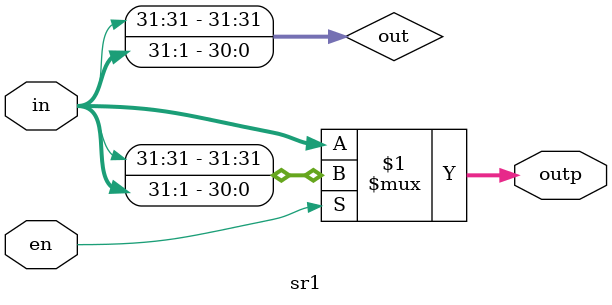
<source format=v>
module sr1(in,en,outp);

input [31:0] in;
input en;
output [31:0] outp;
wire[31:0] out;

assign out[0 ] = in[1 ];
assign out[1 ] = in[2 ];
assign out[2 ] = in[3 ];
assign out[3 ] = in[4 ];
assign out[4 ] = in[5 ];
assign out[5 ] = in[6 ];
assign out[6 ] = in[7 ];
assign out[7 ] = in[8 ];
assign out[8 ] = in[9 ];
assign out[9 ] = in[10];
assign out[10] = in[11];
assign out[11] = in[12];
assign out[12] = in[13];
assign out[13] = in[14];
assign out[14] = in[15];
assign out[15] = in[16];
assign out[16] = in[17];
assign out[17] = in[18];
assign out[18] = in[19];
assign out[19] = in[20];
assign out[20] = in[21];
assign out[21] = in[22];
assign out[22] = in[23];
assign out[23] = in[24];
assign out[24] = in[25];
assign out[25] = in[26];
assign out[26] = in[27];
assign out[27] = in[28];
assign out[28] = in[29];
assign out[29] = in[30];
assign out[30] = in[31];
assign out[31] = in[31];

assign outp = en? out:in;

endmodule
</source>
